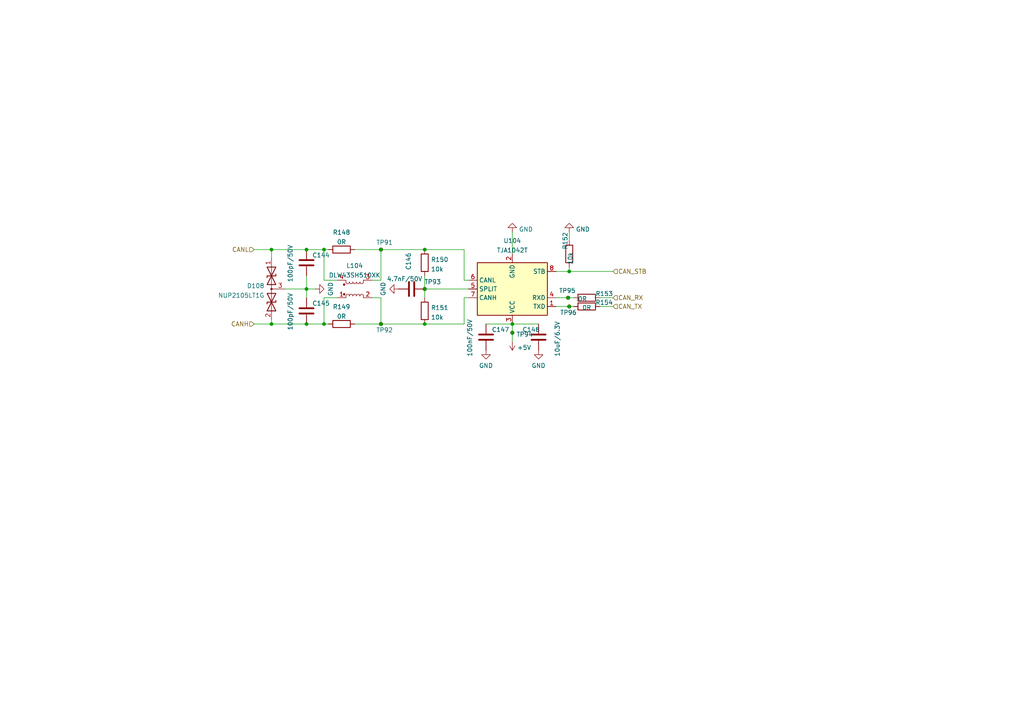
<source format=kicad_sch>
(kicad_sch (version 20211123) (generator eeschema)
  (paper "A4")
  (title_block (title "SX7H SHIFER MIAN SCH") (date "2022-07-18") (rev "V03") (company "宁波正朗汽车零部件有限公司") (comment 1 "批准:") (comment 2 "校准：") (comment 3 "设计：Ethan"))
  (lib_symbols
    (symbol "C_1" (pin_numbers hide) (pin_names (offset 0.254))
      (property "Reference" "C" (at 0.635 2.54 0))
      (property "Value" "C_1" (at 0.635 -2.54 0))
      (symbol "C_1_0_1"
        (polyline (pts (xy -2.032 -0.762) (xy 2.032 -0.762)) (stroke (width 0.508)))
        (polyline (pts (xy -2.032 0.762) (xy 2.032 0.762)) (stroke (width 0.508)))
      )
      (symbol "C_1_1_1"
        (pin passive line (at 0 3.81 270) (length 2.794) (name "~") (number "1"))
        (pin passive line (at 0 -3.81 90) (length 2.794) (name "~") (number "2"))
      )
    )
    (symbol "C_2" (pin_numbers hide) (pin_names (offset 0.254))
      (property "Reference" "C" (at 0.635 2.54 0))
      (property "Value" "C_2" (at 0.635 -2.54 0))
      (symbol "C_2_0_1"
        (polyline (pts (xy -2.032 -0.762) (xy 2.032 -0.762)) (stroke (width 0.508)))
        (polyline (pts (xy -2.032 0.762) (xy 2.032 0.762)) (stroke (width 0.508)))
      )
      (symbol "C_2_1_1"
        (pin passive line (at 0 3.81 270) (length 2.794) (name "~") (number "1"))
        (pin passive line (at 0 -3.81 90) (length 2.794) (name "~") (number "2"))
      )
    )
    (symbol "C_3" (pin_numbers hide) (pin_names (offset 0.254))
      (property "Reference" "C" (at 0.635 2.54 0))
      (property "Value" "C_3" (at 0.635 -2.54 0))
      (symbol "C_3_0_1"
        (polyline (pts (xy -2.032 -0.762) (xy 2.032 -0.762)) (stroke (width 0.508)))
        (polyline (pts (xy -2.032 0.762) (xy 2.032 0.762)) (stroke (width 0.508)))
      )
      (symbol "C_3_1_1"
        (pin passive line (at 0 3.81 270) (length 2.794) (name "~") (number "1"))
        (pin passive line (at 0 -3.81 90) (length 2.794) (name "~") (number "2"))
      )
    )
    (symbol "C_4" (pin_numbers hide) (pin_names (offset 0.254))
      (property "Reference" "C" (at 0.635 2.54 0))
      (property "Value" "C_4" (at 0.635 -2.54 0))
      (symbol "C_4_0_1"
        (polyline (pts (xy -2.032 -0.762) (xy 2.032 -0.762)) (stroke (width 0.508)))
        (polyline (pts (xy -2.032 0.762) (xy 2.032 0.762)) (stroke (width 0.508)))
      )
      (symbol "C_4_1_1"
        (pin passive line (at 0 3.81 270) (length 2.794) (name "~") (number "1"))
        (pin passive line (at 0 -3.81 90) (length 2.794) (name "~") (number "2"))
      )
    )
    (symbol "Connector:TestPoint_Small" (pin_numbers hide) (pin_names (offset 0.762) hide)
      (property "Reference" "TP" (at 0 3.81 0))
      (property "Value" "TestPoint_Small" (at 0 2.032 0))
      (symbol "TestPoint_Small_0_1"
        (circle (center 0 0) (radius 0.508))
      )
      (symbol "TestPoint_Small_1_1"
        (pin passive line (at 0 0 90) (length 0) (name "1") (number "1"))
      )
    )
    (symbol "Device:C" (pin_numbers hide) (pin_names (offset 0.254))
      (property "Reference" "C" (at 0.635 2.54 0))
      (property "Value" "C" (at 0.635 -2.54 0))
      (symbol "C_0_1"
        (polyline (pts (xy -2.032 -0.762) (xy 2.032 -0.762)) (stroke (width 0.508)))
        (polyline (pts (xy -2.032 0.762) (xy 2.032 0.762)) (stroke (width 0.508)))
      )
      (symbol "C_1_1"
        (pin passive line (at 0 3.81 270) (length 2.794) (name "~") (number "1"))
        (pin passive line (at 0 -3.81 90) (length 2.794) (name "~") (number "2"))
      )
    )
    (symbol "Device:D_TVS_Dual_AAC" (pin_names (offset 1.016) hide)
      (property "Reference" "D" (at 0 4.445 0))
      (property "Value" "D_TVS_Dual_AAC" (at 0 2.54 0))
      (symbol "D_TVS_Dual_AAC_0_0"
        (polyline (pts (xy 0 -1.27) (xy 0 0)))
      )
      (symbol "D_TVS_Dual_AAC_0_1"
        (polyline (pts (xy -6.35 0) (xy 6.35 0)))
        (polyline (pts (xy -3.302 1.27) (xy -3.81 1.27) (xy -3.81 -1.27) (xy -4.318 -1.27)) (stroke (width 0.254)))
        (polyline (pts (xy 4.318 1.27) (xy 3.81 1.27) (xy 3.81 -1.27) (xy 3.302 -1.27)) (stroke (width 0.254)))
        (polyline (pts (xy -6.35 1.27) (xy -1.27 -1.27) (xy -1.27 1.27) (xy -6.35 -1.27) (xy -6.35 1.27)) (stroke (width 0.254)))
        (polyline (pts (xy 6.35 1.27) (xy 1.27 -1.27) (xy 1.27 1.27) (xy 6.35 -1.27) (xy 6.35 1.27)) (stroke (width 0.254)))
        (circle (center 0 0) (radius 0.254) (fill (type outline)))
      )
      (symbol "D_TVS_Dual_AAC_1_1"
        (pin passive line (at -8.89 0 0) (length 2.54) (name "A1") (number "1"))
        (pin passive line (at 8.89 0 180) (length 2.54) (name "A2") (number "2"))
        (pin input line (at 0 -3.81 90) (length 2.54) (name "common") (number "3"))
      )
    )
    (symbol "Device:L_Coupled_1243" (pin_names (offset 0.254) hide)
      (property "Reference" "L" (at 0 4.445 0))
      (property "Value" "L_Coupled_1243" (at 0 -4.445 0))
      (symbol "L_Coupled_1243_0_1"
        (circle (center -3.048 -1.27) (radius 0.254) (fill (type outline)))
        (circle (center -3.048 1.524) (radius 0.254) (fill (type outline)))
        (arc (start -2.54 2.032) (mid -2.032 1.524) (end -1.524 2.032))
        (arc (start -1.524 -2.032) (mid -2.032 -1.524) (end -2.54 -2.032))
        (arc (start -1.524 2.032) (mid -1.016 1.524) (end -0.508 2.032))
        (arc (start -0.508 -2.032) (mid -1.016 -1.524) (end -1.524 -2.032))
        (arc (start -0.508 2.032) (mid 0 1.524) (end 0.508 2.032))
        (polyline (pts (xy -2.54 -2.032) (xy -2.54 -2.54)))
        (polyline (pts (xy -2.54 2.032) (xy -2.54 2.54)))
        (polyline (pts (xy 2.54 -2.032) (xy 2.54 -2.54)))
        (polyline (pts (xy 2.54 2.54) (xy 2.54 2.032)))
        (arc (start 0.508 -2.032) (mid 0 -1.524) (end -0.508 -2.032))
        (arc (start 0.508 2.032) (mid 1.016 1.524) (end 1.524 2.032))
        (arc (start 1.524 -2.032) (mid 1.016 -1.524) (end 0.508 -2.032))
        (arc (start 1.524 2.032) (mid 2.032 1.524) (end 2.54 2.032))
        (arc (start 2.54 -2.032) (mid 2.032 -1.524) (end 1.524 -2.032))
      )
      (symbol "L_Coupled_1243_1_1"
        (pin passive line (at -5.08 2.54 0) (length 2.54) (name "1") (number "1"))
        (pin passive line (at 5.08 2.54 180) (length 2.54) (name "2") (number "2"))
        (pin passive line (at 5.08 -2.54 180) (length 2.54) (name "3") (number "3"))
        (pin passive line (at -5.08 -2.54 0) (length 2.54) (name "4") (number "4"))
      )
    )
    (symbol "Device:R" (pin_numbers hide) (pin_names (offset 0))
      (property "Reference" "R" (at 2.032 0 90))
      (property "Value" "R" (at 0 0 90))
      (symbol "R_0_1"
        (rectangle (start -1.016 -2.54) (end 1.016 2.54) (stroke (width 0.254)))
      )
      (symbol "R_1_1"
        (pin passive line (at 0 3.81 270) (length 1.27) (name "~") (number "1"))
        (pin passive line (at 0 -3.81 90) (length 1.27) (name "~") (number "2"))
      )
    )
    (symbol "Interface_CAN_LIN:TJA1042T"
      (property "Reference" "U" (at -10.16 8.89 0))
      (property "Value" "TJA1042T" (at 1.27 8.89 0))
      (symbol "TJA1042T_0_1"
        (rectangle (start -10.16 7.62) (end 10.16 -7.62) (stroke (width 0.254)) (fill (type background)))
      )
      (symbol "TJA1042T_1_1"
        (pin input line (at -12.7 5.08 0) (length 2.54) (name "TXD") (number "1"))
        (pin power_in line (at 0 -10.16 90) (length 2.54) (name "GND") (number "2"))
        (pin power_in line (at 0 10.16 270) (length 2.54) (name "VCC") (number "3"))
        (pin output line (at -12.7 2.54 0) (length 2.54) (name "RXD") (number "4"))
        (pin power_out line (at 12.7 0 180) (length 2.54) (name "SPLIT") (number "5"))
        (pin bidirectional line (at 12.7 -2.54 180) (length 2.54) (name "CANL") (number "6"))
        (pin bidirectional line (at 12.7 2.54 180) (length 2.54) (name "CANH") (number "7"))
        (pin input line (at -12.7 -5.08 0) (length 2.54) (name "STB") (number "8"))
      )
    )
    (symbol "power:+5V" (power) (pin_names (offset 0))
      (property "Value" "+5V" (at 0 3.556 0))
      (symbol "+5V_0_1"
        (polyline (pts (xy -0.762 1.27) (xy 0 2.54)))
        (polyline (pts (xy 0 0) (xy 0 2.54)))
        (polyline (pts (xy 0 2.54) (xy 0.762 1.27)))
      )
      (symbol "+5V_1_1"
        (pin power_in line (at 0 0 90) (length 0) hide (name "+5V") (number "1"))
      )
    )
    (symbol "power:GND" (power) (pin_names (offset 0))
      (property "Value" "GND" (at 0 -3.81 0))
      (symbol "GND_0_1"
        (polyline (pts (xy 0 0) (xy 0 -1.27) (xy 1.27 -1.27) (xy 0 -2.54) (xy -1.27 -1.27) (xy 0 -1.27)))
      )
      (symbol "GND_1_1"
        (pin power_in line (at 0 0 270) (length 0) hide (name "GND") (number "1"))
      )
    )
  )
  (junction (at 148.59 96.52))
  (junction (at 148.59 93.98))
  (junction (at 165.1 78.74))
  (junction (at 123.19 93.98))
  (junction (at 165.1 88.9))
  (junction (at 88.9 72.39))
  (junction (at 123.19 72.39))
  (junction (at 78.74 93.98))
  (junction (at 78.74 72.39))
  (junction (at 93.98 93.98))
  (junction (at 164.7703 86.36))
  (junction (at 110.49 93.98))
  (junction (at 88.9 93.98))
  (junction (at 93.98 72.39))
  (junction (at 110.49 72.39))
  (junction (at 88.9 83.82))
  (junction (at 123.19 83.82))
  (wire (pts (xy 123.19 93.98) (xy 134.62 93.98)))
  (wire (pts (xy 134.62 86.36) (xy 135.89 86.36)))
  (wire (pts (xy 134.62 93.98) (xy 134.62 86.36)))
  (wire (pts (xy 82.55 83.82) (xy 88.9 83.82)))
  (wire (pts (xy 123.19 72.39) (xy 134.62 72.39)))
  (wire (pts (xy 134.62 72.39) (xy 134.62 81.28)))
  (wire (pts (xy 134.62 81.28) (xy 135.89 81.28)))
  (wire (pts (xy 107.95 86.36) (xy 110.49 86.36)))
  (wire (pts (xy 110.49 86.36) (xy 110.49 93.98)))
  (wire (pts (xy 123.19 80.01) (xy 123.19 83.82)))
  (wire (pts (xy 123.19 83.82) (xy 123.19 86.36)))
  (wire (pts (xy 88.9 83.82) (xy 91.44 83.82)))
  (wire (pts (xy 78.74 92.71) (xy 78.74 93.98)))
  (wire (pts (xy 93.98 86.36) (xy 93.98 93.98)))
  (wire (pts (xy 97.79 86.36) (xy 93.98 86.36)))
  (wire (pts (xy 161.29 78.74) (xy 165.1 78.74)))
  (wire (pts (xy 165.1 78.74) (xy 165.1 77.47)))
  (wire (pts (xy 161.29 88.9) (xy 165.1 88.9)))
  (wire (pts (xy 165.1 88.9) (xy 166.37 88.9)))
  (wire (pts (xy 102.87 72.39) (xy 110.49 72.39)))
  (wire (pts (xy 110.49 72.39) (xy 123.19 72.39)))
  (wire (pts (xy 73.66 93.98) (xy 78.74 93.98)))
  (wire (pts (xy 78.74 93.98) (xy 88.9 93.98)))
  (wire (pts (xy 173.99 86.36) (xy 177.8 86.36)))
  (wire (pts (xy 123.19 83.82) (xy 135.89 83.82)))
  (wire (pts (xy 88.9 72.39) (xy 93.98 72.39)))
  (wire (pts (xy 93.98 72.39) (xy 95.25 72.39)))
  (wire (pts (xy 140.97 93.98) (xy 148.59 93.98)))
  (wire (pts (xy 173.99 88.9) (xy 177.8 88.9)))
  (wire (pts (xy 88.9 93.98) (xy 93.98 93.98)))
  (wire (pts (xy 93.98 93.98) (xy 95.25 93.98)))
  (wire (pts (xy 148.59 93.98) (xy 148.59 96.52)))
  (wire (pts (xy 148.59 96.52) (xy 148.59 99.06)))
  (wire (pts (xy 78.74 72.39) (xy 78.74 74.93)))
  (wire (pts (xy 148.59 67.31) (xy 148.59 73.66)))
  (wire (pts (xy 165.1 67.31) (xy 165.1 69.85)))
  (wire (pts (xy 93.98 81.28) (xy 93.98 72.39)))
  (wire (pts (xy 97.79 81.28) (xy 93.98 81.28)))
  (wire (pts (xy 102.87 93.98) (xy 110.49 93.98)))
  (wire (pts (xy 110.49 93.98) (xy 123.19 93.98)))
  (wire (pts (xy 148.59 93.98) (xy 156.21 93.98)))
  (wire (pts (xy 107.95 81.28) (xy 110.49 81.28)))
  (wire (pts (xy 110.49 81.28) (xy 110.49 72.39)))
  (wire (pts (xy 88.9 80.01) (xy 88.9 83.82)))
  (wire (pts (xy 88.9 83.82) (xy 88.9 86.36)))
  (wire (pts (xy 161.29 86.36) (xy 164.7703 86.36)))
  (wire (pts (xy 164.7703 86.36) (xy 166.37 86.36)))
  (wire (pts (xy 73.66 72.39) (xy 78.74 72.39)))
  (wire (pts (xy 78.74 72.39) (xy 88.9 72.39)))
  (wire (pts (xy 165.1 78.74) (xy 177.8 78.74)))
  (hierarchical_label "CANH" (shape input) (at 73.66 93.98 180))
  (hierarchical_label "CAN_RX" (shape input) (at 177.8 86.36 0))
  (hierarchical_label "CAN_STB" (shape input) (at 177.8 78.74 0))
  (hierarchical_label "CAN_TX" (shape input) (at 177.8 88.9 0))
  (hierarchical_label "CANL" (shape input) (at 73.66 72.39 180))
  (symbol (lib_id "power:GND") (at 148.59 67.31 180) (unit 1)
    (property "Reference" "#PWR0179" (effects hide))
    (property "Value" "GND" (at 150.495 66.519 0) (effects (justify right)))
  )
  (symbol (lib_id "power:GND") (at 115.57 83.82 270) (unit 1)
    (property "Reference" "#PWR0177" (effects hide))
    (property "Value" "GND" (at 111.1251 81.759 0) (effects (justify left)))
  )
  (symbol (lib_id "Device:R") (at 165.1 73.66 180) (unit 1)
    (property "Reference" "R152" (at 163.9275 69.85 90))
    (property "Value" "10k" (at 165.4326 74.93 90))
    (property "Footprint" "Resistor_SMD:R_0603_1608Metric" (effects hide))
    (property "Manufacturer" "RESI(开步睿思)" (effects hide))
    (property "Description" "RES 10k 1% 1/10W 0603" (effects hide))
    (property "Manufacturer Product Number" "AECR0603F10K0K9" (effects hide))
    (property "Descriptions" "RES 10k 1% 1/10W 0603" (effects hide))
  )
  (symbol (lib_id "Device:R") (at 170.18 88.9 90) (unit 1)
    (property "Reference" "R154" (at 175.26 87.7275 90))
    (property "Value" "0R" (at 170.18 89.2326 90))
    (property "Footprint" "Resistor_SMD:R_0603_1608Metric" (effects hide))
    (property "Manufacturer" "RESI(开步睿思)" (effects hide))
    (property "Description" "RES 0R 1% 1/10W 0603" (effects hide))
    (property "Manufacturer Product Number" "AECR0603F0000K9" (effects hide))
    (property "Descriptions" "RES 0R 1% 1/10W 0603" (effects hide))
  )
  (symbol (lib_id "power:GND") (at 91.44 83.82 90) (unit 1)
    (property "Reference" "#PWR0176" (effects hide))
    (property "Value" "GND" (at 95.8849 85.881 0) (effects (justify left)))
  )
  (symbol (lib_id "Device:L_Coupled_1243") (at 102.87 83.82 0) (mirror x) (unit 1)
    (property "Reference" "L104" (at 102.87 77.0594 0))
    (property "Value" "DLW43SH510XK" (at 102.87 79.8345 0))
    (property "Footprint" "Inductor_SMD:L_CommonModeChoke_Coilcraft_1812CAN" (effects hide))
    (property "Description" "CMC 51UH 230MA 2LN SMD AEC-Q200" (effects hide))
    (property "Manufacturer" "Murata Electronics" (effects hide))
    (property "Manufacturer Product Number" "DLW43SH510XK2L" (effects hide))
    (property "Descriptions" "CMC 51UH 230MA 2LN SMD AEC-Q200" (effects hide))
  )
  (symbol (lib_id "Connector:TestPoint_Small") (at 123.19 83.82 180) (unit 1)
    (property "Reference" "TP93" (at 123.063 81.759 0) (effects (justify right)))
    (property "Value" "TestPoint_Small" (effects hide))
    (property "Footprint" "TestPoint:TestPoint_Pad_D1.0mm" (effects hide))
  )
  (symbol (lib_name "C_4") (lib_id "Device:C") (at 156.21 97.79 0) (unit 1)
    (property "Reference" "C148" (at 151.511 95.6115 0) (effects (justify left)))
    (property "Value" "10uF/6.3V" (at 161.671 103.4666 90) (effects (justify left)))
    (property "Footprint" "Capacitor_SMD:C_0805_2012Metric" (effects hide))
    (property "Manufacturer Product Number" "CC0805KKX7R5BB106" (effects hide))
    (property "Manufacturer" "YAGEO" (effects hide))
    (property "Description" "CAP CER 10UF 6.3V X7R 0805" (effects hide))
    (property "Descriptions" "CAP CER 10UF 6.3V X7R 0805" (effects hide))
  )
  (symbol (lib_id "Device:R") (at 123.19 90.17 0) (unit 1)
    (property "Reference" "R151" (at 124.968 89.2615 0) (effects (justify left)))
    (property "Value" "10k" (at 124.968 92.0366 0) (effects (justify left)))
    (property "Footprint" "Resistor_SMD:R_0603_1608Metric" (effects hide))
    (property "Manufacturer" "RESI(开步睿思)" (effects hide))
    (property "Description" "RES 10k 1% 1/10W 0603" (effects hide))
    (property "Manufacturer Product Number" "AECR0603F10K0K9" (effects hide))
    (property "Descriptions" "RES 10k 1% 1/10W 0603" (effects hide))
  )
  (symbol (lib_id "Device:C") (at 140.97 97.79 0) (unit 1)
    (property "Reference" "C147" (at 142.621 95.6115 0) (effects (justify left)))
    (property "Value" "100nF/50V" (at 136.271 103.4666 90) (effects (justify left)))
    (property "Footprint" "Capacitor_SMD:C_0603_1608Metric" (effects hide))
    (property "Manufacturer Product Number" " AC0603KRX7R9BB104" (effects hide))
    (property "Manufacturer" "YAGEO" (effects hide))
    (property "Description" "CAP CER 100nF 50V X7R 0603" (effects hide))
    (property "Descriptions" "CAP CER 100nF 50V X7R 0603" (effects hide))
  )
  (symbol (lib_id "Device:R") (at 170.18 86.36 90) (unit 1)
    (property "Reference" "R153" (at 175.26 85.1875 90))
    (property "Value" "0R" (at 168.91 86.6926 90))
    (property "Footprint" "Resistor_SMD:R_0603_1608Metric" (effects hide))
    (property "Manufacturer" "RESI(开步睿思)" (effects hide))
    (property "Description" "RES 0R 1% 1/10W 0603" (effects hide))
    (property "Manufacturer Product Number" "AECR0603F0000K9" (effects hide))
    (property "Descriptions" "RES 0R 1% 1/10W 0603" (effects hide))
  )
  (symbol (lib_name "C_3") (lib_id "Device:C") (at 119.38 83.82 90) (unit 1)
    (property "Reference" "C146" (at 118.4715 78.359 0) (effects (justify left)))
    (property "Value" "4.7nF/50V" (at 122.5166 80.899 90) (effects (justify left)))
    (property "Footprint" "Capacitor_SMD:C_0603_1608Metric" (effects hide))
    (property "Manufacturer Product Number" "AC0603KRX7R9BB472" (effects hide))
    (property "Manufacturer" "YAGEO" (effects hide))
    (property "Description" "CAP CER 4700PF 50V X7R 0603" (effects hide))
    (property "Descriptions" "CAP CER 4700PF 50V X7R 0603" (effects hide))
  )
  (symbol (lib_id "Device:R") (at 99.06 72.39 90) (unit 1)
    (property "Reference" "R148" (at 99.06 67.4075 90))
    (property "Value" "0R" (at 99.06 70.1826 90))
    (property "Footprint" "Resistor_SMD:R_0603_1608Metric" (effects hide))
    (property "Manufacturer" "RESI(开步睿思)" (effects hide))
    (property "Description" "RES 0R 1% 1/10W 0603" (effects hide))
    (property "Manufacturer Product Number" "AECR0603F0000K9" (effects hide))
    (property "Descriptions" "RES 0R 1% 1/10W 0603" (effects hide))
  )
  (symbol (lib_id "Connector:TestPoint_Small") (at 148.59 96.52 180) (unit 1)
    (property "Reference" "TP94" (at 149.733 96.999 0) (effects (justify right)))
    (property "Value" "TestPoint_Small" (effects hide))
    (property "Footprint" "TestPoint:TestPoint_Pad_D1.0mm" (effects hide))
  )
  (symbol (lib_id "Device:R") (at 123.19 76.2 0) (unit 1)
    (property "Reference" "R150" (at 124.968 75.2915 0) (effects (justify left)))
    (property "Value" "10k" (at 124.968 78.0666 0) (effects (justify left)))
    (property "Footprint" "Resistor_SMD:R_0603_1608Metric" (effects hide))
    (property "Manufacturer" "RESI(开步睿思)" (effects hide))
    (property "Description" "RES 10k 1% 1/10W 0603" (effects hide))
    (property "Manufacturer Product Number" "AECR0603F10K0K9" (effects hide))
    (property "Descriptions" "RES 10k 1% 1/10W 0603" (effects hide))
  )
  (symbol (lib_id "Connector:TestPoint_Small") (at 110.49 93.98 180) (unit 1)
    (property "Reference" "TP92" (at 109.093 95.729 0) (effects (justify right)))
    (property "Value" "TestPoint_Small" (effects hide))
    (property "Footprint" "TestPoint:TestPoint_Pad_D1.0mm" (effects hide))
  )
  (symbol (lib_id "Connector:TestPoint_Small") (at 164.7703 86.36 180) (unit 1)
    (property "Reference" "TP95" (at 162.1033 84.299 0) (effects (justify right)))
    (property "Value" "TestPoint_Small" (effects hide))
    (property "Footprint" "TestPoint:TestPoint_Pad_D1.0mm" (effects hide))
  )
  (symbol (lib_id "power:+5V") (at 148.59 99.06 180) (unit 1)
    (property "Reference" "#PWR0180" (effects hide))
    (property "Value" "+5V" (at 149.987 100.8089 0) (effects (justify right)))
  )
  (symbol (lib_id "Device:R") (at 99.06 93.98 90) (unit 1)
    (property "Reference" "R149" (at 99.06 88.9975 90))
    (property "Value" "0R" (at 99.06 91.7726 90))
    (property "Footprint" "GODPP:R0603" (effects hide))
    (property "Manufacturer" "RESI(开步睿思)" (effects hide))
    (property "Description" "RES 0R 1% 1/10W 0603" (effects hide))
    (property "Manufacturer Product Number" "AECR0603F0000K9" (effects hide))
    (property "Descriptions" "RES 0R 1% 1/10W 0603" (effects hide))
  )
  (symbol (lib_id "Interface_CAN_LIN:TJA1042T") (at 148.59 83.82 180) (unit 1)
    (property "Reference" "U104" (at 148.59 69.8204 0))
    (property "Value" "TJA1042T" (at 148.59 72.5955 0))
    (property "Footprint" "Package_SO:SOIC-8_3.9x4.9mm_P1.27mm" (effects hide))
    (property "Datasheet" "http://www.nxp.com/documents/data_sheet/TJA1042.pdf" (effects hide))
    (property "Description" "IC TRANSCEIVER HALF 1/1 8SO" (effects hide))
    (property "Manufacturer" "NXP USA Inc." (effects hide))
    (property "Manufacturer Product Number" "TJA1042T" (effects hide))
    (property "Descriptions" "IC TRANSCEIVER HALF 1/1 8SO" (effects hide))
  )
  (symbol (lib_id "power:GND") (at 140.97 101.6 0) (unit 1)
    (property "Reference" "#PWR0178" (effects hide))
    (property "Value" "GND" (at 138.909 106.0449 0) (effects (justify left)))
  )
  (symbol (lib_id "Connector:TestPoint_Small") (at 165.1 88.9 180) (unit 1)
    (property "Reference" "TP96" (at 162.433 90.649 0) (effects (justify right)))
    (property "Value" "TestPoint_Small" (effects hide))
    (property "Footprint" "TestPoint:TestPoint_Pad_D1.0mm" (effects hide))
  )
  (symbol (lib_name "C_2") (lib_id "Device:C") (at 88.9 90.17 0) (unit 1)
    (property "Reference" "C145" (at 90.551 87.9915 0) (effects (justify left)))
    (property "Value" "100pF/50V" (at 84.201 95.8466 90) (effects (justify left)))
    (property "Footprint" "Capacitor_SMD:C_0603_1608Metric" (effects hide))
    (property "Description" "CAP CER 100PF 50V C0G 0603" (effects hide))
    (property "Manufacturer Product Number" "AC0603JRNPO9BN101" (effects hide))
    (property "Manufacturer" "YAGEO" (effects hide))
    (property "Descriptions" "CAP CER 100PF 50V C0G 0603" (effects hide))
  )
  (symbol (lib_id "power:GND") (at 165.1 67.31 180) (unit 1)
    (property "Reference" "#PWR0182" (effects hide))
    (property "Value" "GND" (at 167.005 66.519 0) (effects (justify right)))
  )
  (symbol (lib_id "power:GND") (at 156.21 101.6 0) (unit 1)
    (property "Reference" "#PWR0181" (effects hide))
    (property "Value" "GND" (at 154.149 106.0449 0) (effects (justify left)))
  )
  (symbol (lib_id "Device:D_TVS_Dual_AAC") (at 78.74 83.82 90) (mirror x) (unit 1)
    (property "Reference" "D108" (at 76.708 82.9115 90) (effects (justify left)))
    (property "Value" "NUP2105LT1G" (at 76.708 85.6866 90) (effects (justify left)))
    (property "Footprint" "Package_TO_SOT_SMD:SOT-23" (effects hide))
    (property "Manufacturer Product Number" "NUP2105LT1G" (effects hide))
    (property "Manufacturer" "onsemi" (effects hide))
    (property "Description" "TVS DIODE 24VWM 44VC SOT23-3" (effects hide))
    (property "Descriptions" "TVS DIODE 24VWM 44VC SOT23-3" (effects hide))
  )
  (symbol (lib_id "Connector:TestPoint_Small") (at 110.49 72.39 180) (unit 1)
    (property "Reference" "TP91" (at 109.093 70.329 0) (effects (justify right)))
    (property "Value" "TestPoint_Small" (effects hide))
    (property "Footprint" "TestPoint:TestPoint_Pad_D1.0mm" (effects hide))
  )
  (symbol (lib_name "C_1") (lib_id "Device:C") (at 88.9 76.2 0) (unit 1)
    (property "Reference" "C144" (at 90.551 74.0215 0) (effects (justify left)))
    (property "Value" "100pF/50V" (at 84.201 81.8766 90) (effects (justify left)))
    (property "Footprint" "Capacitor_SMD:C_0603_1608Metric" (effects hide))
    (property "Description" "CAP CER 100PF 50V C0G 0603" (effects hide))
    (property "Manufacturer Product Number" "AC0603JRNPO9BN101" (effects hide))
    (property "Manufacturer" "YAGEO" (effects hide))
    (property "Descriptions" "CAP CER 100PF 50V C0G 0603" (effects hide))
  )
)
</source>
